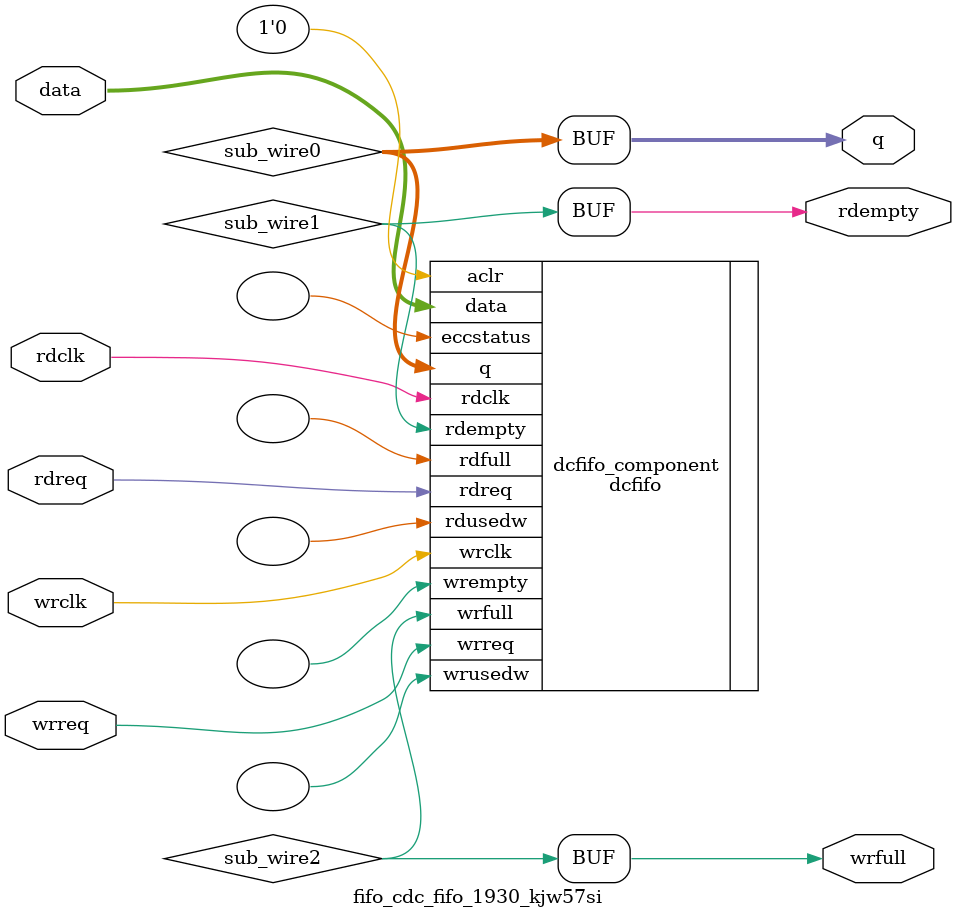
<source format=v>



`timescale 1 ps / 1 ps
// synopsys translate_on
module  fifo_cdc_fifo_1930_kjw57si  (
    data,
    rdclk,
    rdreq,
    wrclk,
    wrreq,
    q,
    rdempty,
    wrfull);

    input  [7:0]  data;
    input    rdclk;
    input    rdreq;
    input    wrclk;
    input    wrreq;
    output [7:0]  q;
    output   rdempty;
    output   wrfull;

    wire [7:0] sub_wire0;
    wire  sub_wire1;
    wire  sub_wire2;
    wire [7:0] q = sub_wire0[7:0];
    wire  rdempty = sub_wire1;
    wire  wrfull = sub_wire2;

    dcfifo  dcfifo_component (
                .data (data),
                .rdclk (rdclk),
                .rdreq (rdreq),
                .wrclk (wrclk),
                .wrreq (wrreq),
                .q (sub_wire0),
                .rdempty (sub_wire1),
                .wrfull (sub_wire2),
                .aclr (1'b0),
                .eccstatus (),
                .rdfull (),
                .rdusedw (),
                .wrempty (),
                .wrusedw ());
    defparam
        dcfifo_component.enable_ecc  = "FALSE",
        dcfifo_component.intended_device_family  = "Agilex 7",
        dcfifo_component.lpm_hint  = "DISABLE_DCFIFO_EMBEDDED_TIMING_CONSTRAINT=TRUE",
        dcfifo_component.lpm_numwords  = 256,
        dcfifo_component.lpm_showahead  = "OFF",
        dcfifo_component.lpm_type  = "dcfifo",
        dcfifo_component.lpm_width  = 8,
        dcfifo_component.lpm_widthu  = 8,
        dcfifo_component.overflow_checking  = "ON",
        dcfifo_component.rdsync_delaypipe  = 4,
        dcfifo_component.underflow_checking  = "ON",
        dcfifo_component.use_eab  = "ON",
        dcfifo_component.wrsync_delaypipe  = 4;


endmodule



</source>
